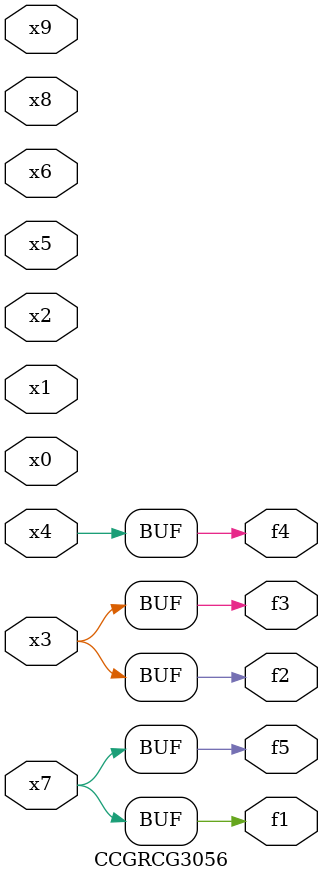
<source format=v>
module CCGRCG3056(
	input x0, x1, x2, x3, x4, x5, x6, x7, x8, x9,
	output f1, f2, f3, f4, f5
);
	assign f1 = x7;
	assign f2 = x3;
	assign f3 = x3;
	assign f4 = x4;
	assign f5 = x7;
endmodule

</source>
